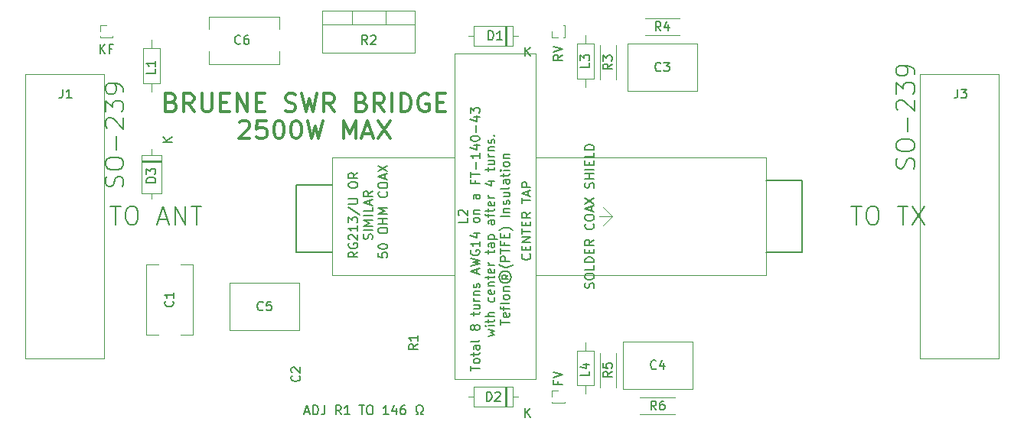
<source format=gbr>
%TF.GenerationSoftware,KiCad,Pcbnew,5.1.6-c6e7f7d~87~ubuntu20.04.1*%
%TF.CreationDate,2020-10-01T13:06:12+02:00*%
%TF.ProjectId,SWR bridge,53575220-6272-4696-9467-652e6b696361,rev?*%
%TF.SameCoordinates,Original*%
%TF.FileFunction,Legend,Top*%
%TF.FilePolarity,Positive*%
%FSLAX46Y46*%
G04 Gerber Fmt 4.6, Leading zero omitted, Abs format (unit mm)*
G04 Created by KiCad (PCBNEW 5.1.6-c6e7f7d~87~ubuntu20.04.1) date 2020-10-01 13:06:12*
%MOMM*%
%LPD*%
G01*
G04 APERTURE LIST*
%ADD10C,0.150000*%
%ADD11C,0.120000*%
%ADD12C,0.300000*%
G04 APERTURE END LIST*
D10*
X60309523Y-38952380D02*
X60309523Y-37952380D01*
X60880952Y-38952380D02*
X60452380Y-38380952D01*
X60880952Y-37952380D02*
X60309523Y-38523809D01*
X61642857Y-38428571D02*
X61309523Y-38428571D01*
X61309523Y-38952380D02*
X61309523Y-37952380D01*
X61785714Y-37952380D01*
X82976190Y-78666666D02*
X83452380Y-78666666D01*
X82880952Y-78952380D02*
X83214285Y-77952380D01*
X83547619Y-78952380D01*
X83880952Y-78952380D02*
X83880952Y-77952380D01*
X84119047Y-77952380D01*
X84261904Y-78000000D01*
X84357142Y-78095238D01*
X84404761Y-78190476D01*
X84452380Y-78380952D01*
X84452380Y-78523809D01*
X84404761Y-78714285D01*
X84357142Y-78809523D01*
X84261904Y-78904761D01*
X84119047Y-78952380D01*
X83880952Y-78952380D01*
X85166666Y-77952380D02*
X85166666Y-78666666D01*
X85119047Y-78809523D01*
X85023809Y-78904761D01*
X84880952Y-78952380D01*
X84785714Y-78952380D01*
X86976190Y-78952380D02*
X86642857Y-78476190D01*
X86404761Y-78952380D02*
X86404761Y-77952380D01*
X86785714Y-77952380D01*
X86880952Y-78000000D01*
X86928571Y-78047619D01*
X86976190Y-78142857D01*
X86976190Y-78285714D01*
X86928571Y-78380952D01*
X86880952Y-78428571D01*
X86785714Y-78476190D01*
X86404761Y-78476190D01*
X87928571Y-78952380D02*
X87357142Y-78952380D01*
X87642857Y-78952380D02*
X87642857Y-77952380D01*
X87547619Y-78095238D01*
X87452380Y-78190476D01*
X87357142Y-78238095D01*
X88976190Y-77952380D02*
X89547619Y-77952380D01*
X89261904Y-78952380D02*
X89261904Y-77952380D01*
X90071428Y-77952380D02*
X90261904Y-77952380D01*
X90357142Y-78000000D01*
X90452380Y-78095238D01*
X90500000Y-78285714D01*
X90500000Y-78619047D01*
X90452380Y-78809523D01*
X90357142Y-78904761D01*
X90261904Y-78952380D01*
X90071428Y-78952380D01*
X89976190Y-78904761D01*
X89880952Y-78809523D01*
X89833333Y-78619047D01*
X89833333Y-78285714D01*
X89880952Y-78095238D01*
X89976190Y-78000000D01*
X90071428Y-77952380D01*
X92214285Y-78952380D02*
X91642857Y-78952380D01*
X91928571Y-78952380D02*
X91928571Y-77952380D01*
X91833333Y-78095238D01*
X91738095Y-78190476D01*
X91642857Y-78238095D01*
X93071428Y-78285714D02*
X93071428Y-78952380D01*
X92833333Y-77904761D02*
X92595238Y-78619047D01*
X93214285Y-78619047D01*
X94023809Y-77952380D02*
X93833333Y-77952380D01*
X93738095Y-78000000D01*
X93690476Y-78047619D01*
X93595238Y-78190476D01*
X93547619Y-78380952D01*
X93547619Y-78761904D01*
X93595238Y-78857142D01*
X93642857Y-78904761D01*
X93738095Y-78952380D01*
X93928571Y-78952380D01*
X94023809Y-78904761D01*
X94071428Y-78857142D01*
X94119047Y-78761904D01*
X94119047Y-78523809D01*
X94071428Y-78428571D01*
X94023809Y-78380952D01*
X93928571Y-78333333D01*
X93738095Y-78333333D01*
X93642857Y-78380952D01*
X93595238Y-78428571D01*
X93547619Y-78523809D01*
X95261904Y-78952380D02*
X95500000Y-78952380D01*
X95500000Y-78761904D01*
X95404761Y-78714285D01*
X95309523Y-78619047D01*
X95261904Y-78476190D01*
X95261904Y-78238095D01*
X95309523Y-78095238D01*
X95404761Y-78000000D01*
X95547619Y-77952380D01*
X95738095Y-77952380D01*
X95880952Y-78000000D01*
X95976190Y-78095238D01*
X96023809Y-78238095D01*
X96023809Y-78476190D01*
X95976190Y-78619047D01*
X95880952Y-78714285D01*
X95785714Y-78761904D01*
X95785714Y-78952380D01*
X96023809Y-78952380D01*
D11*
X116000000Y-57000000D02*
X115500000Y-57000000D01*
X117000000Y-57000000D02*
X116000000Y-58000000D01*
X116000000Y-56000000D02*
X117000000Y-57000000D01*
X117000000Y-57000000D02*
X116000000Y-56000000D01*
X116000000Y-57000000D02*
X117000000Y-57000000D01*
D10*
X114904761Y-64952380D02*
X114952380Y-64809523D01*
X114952380Y-64571428D01*
X114904761Y-64476190D01*
X114857142Y-64428571D01*
X114761904Y-64380952D01*
X114666666Y-64380952D01*
X114571428Y-64428571D01*
X114523809Y-64476190D01*
X114476190Y-64571428D01*
X114428571Y-64761904D01*
X114380952Y-64857142D01*
X114333333Y-64904761D01*
X114238095Y-64952380D01*
X114142857Y-64952380D01*
X114047619Y-64904761D01*
X114000000Y-64857142D01*
X113952380Y-64761904D01*
X113952380Y-64523809D01*
X114000000Y-64380952D01*
X113952380Y-63761904D02*
X113952380Y-63571428D01*
X114000000Y-63476190D01*
X114095238Y-63380952D01*
X114285714Y-63333333D01*
X114619047Y-63333333D01*
X114809523Y-63380952D01*
X114904761Y-63476190D01*
X114952380Y-63571428D01*
X114952380Y-63761904D01*
X114904761Y-63857142D01*
X114809523Y-63952380D01*
X114619047Y-64000000D01*
X114285714Y-64000000D01*
X114095238Y-63952380D01*
X114000000Y-63857142D01*
X113952380Y-63761904D01*
X114952380Y-62428571D02*
X114952380Y-62904761D01*
X113952380Y-62904761D01*
X114952380Y-62095238D02*
X113952380Y-62095238D01*
X113952380Y-61857142D01*
X114000000Y-61714285D01*
X114095238Y-61619047D01*
X114190476Y-61571428D01*
X114380952Y-61523809D01*
X114523809Y-61523809D01*
X114714285Y-61571428D01*
X114809523Y-61619047D01*
X114904761Y-61714285D01*
X114952380Y-61857142D01*
X114952380Y-62095238D01*
X114428571Y-61095238D02*
X114428571Y-60761904D01*
X114952380Y-60619047D02*
X114952380Y-61095238D01*
X113952380Y-61095238D01*
X113952380Y-60619047D01*
X114952380Y-59619047D02*
X114476190Y-59952380D01*
X114952380Y-60190476D02*
X113952380Y-60190476D01*
X113952380Y-59809523D01*
X114000000Y-59714285D01*
X114047619Y-59666666D01*
X114142857Y-59619047D01*
X114285714Y-59619047D01*
X114380952Y-59666666D01*
X114428571Y-59714285D01*
X114476190Y-59809523D01*
X114476190Y-60190476D01*
X114857142Y-57857142D02*
X114904761Y-57904761D01*
X114952380Y-58047619D01*
X114952380Y-58142857D01*
X114904761Y-58285714D01*
X114809523Y-58380952D01*
X114714285Y-58428571D01*
X114523809Y-58476190D01*
X114380952Y-58476190D01*
X114190476Y-58428571D01*
X114095238Y-58380952D01*
X114000000Y-58285714D01*
X113952380Y-58142857D01*
X113952380Y-58047619D01*
X114000000Y-57904761D01*
X114047619Y-57857142D01*
X113952380Y-57238095D02*
X113952380Y-57047619D01*
X114000000Y-56952380D01*
X114095238Y-56857142D01*
X114285714Y-56809523D01*
X114619047Y-56809523D01*
X114809523Y-56857142D01*
X114904761Y-56952380D01*
X114952380Y-57047619D01*
X114952380Y-57238095D01*
X114904761Y-57333333D01*
X114809523Y-57428571D01*
X114619047Y-57476190D01*
X114285714Y-57476190D01*
X114095238Y-57428571D01*
X114000000Y-57333333D01*
X113952380Y-57238095D01*
X114666666Y-56428571D02*
X114666666Y-55952380D01*
X114952380Y-56523809D02*
X113952380Y-56190476D01*
X114952380Y-55857142D01*
X113952380Y-55619047D02*
X114952380Y-54952380D01*
X113952380Y-54952380D02*
X114952380Y-55619047D01*
X114904761Y-53857142D02*
X114952380Y-53714285D01*
X114952380Y-53476190D01*
X114904761Y-53380952D01*
X114857142Y-53333333D01*
X114761904Y-53285714D01*
X114666666Y-53285714D01*
X114571428Y-53333333D01*
X114523809Y-53380952D01*
X114476190Y-53476190D01*
X114428571Y-53666666D01*
X114380952Y-53761904D01*
X114333333Y-53809523D01*
X114238095Y-53857142D01*
X114142857Y-53857142D01*
X114047619Y-53809523D01*
X114000000Y-53761904D01*
X113952380Y-53666666D01*
X113952380Y-53428571D01*
X114000000Y-53285714D01*
X114952380Y-52857142D02*
X113952380Y-52857142D01*
X114428571Y-52857142D02*
X114428571Y-52285714D01*
X114952380Y-52285714D02*
X113952380Y-52285714D01*
X114952380Y-51809523D02*
X113952380Y-51809523D01*
X114428571Y-51333333D02*
X114428571Y-51000000D01*
X114952380Y-50857142D02*
X114952380Y-51333333D01*
X113952380Y-51333333D01*
X113952380Y-50857142D01*
X114952380Y-49952380D02*
X114952380Y-50428571D01*
X113952380Y-50428571D01*
X114952380Y-49619047D02*
X113952380Y-49619047D01*
X113952380Y-49380952D01*
X114000000Y-49238095D01*
X114095238Y-49142857D01*
X114190476Y-49095238D01*
X114380952Y-49047619D01*
X114523809Y-49047619D01*
X114714285Y-49095238D01*
X114809523Y-49142857D01*
X114904761Y-49238095D01*
X114952380Y-49380952D01*
X114952380Y-49619047D01*
X88802380Y-60952380D02*
X88326190Y-61285714D01*
X88802380Y-61523809D02*
X87802380Y-61523809D01*
X87802380Y-61142857D01*
X87850000Y-61047619D01*
X87897619Y-61000000D01*
X87992857Y-60952380D01*
X88135714Y-60952380D01*
X88230952Y-61000000D01*
X88278571Y-61047619D01*
X88326190Y-61142857D01*
X88326190Y-61523809D01*
X87850000Y-60000000D02*
X87802380Y-60095238D01*
X87802380Y-60238095D01*
X87850000Y-60380952D01*
X87945238Y-60476190D01*
X88040476Y-60523809D01*
X88230952Y-60571428D01*
X88373809Y-60571428D01*
X88564285Y-60523809D01*
X88659523Y-60476190D01*
X88754761Y-60380952D01*
X88802380Y-60238095D01*
X88802380Y-60142857D01*
X88754761Y-60000000D01*
X88707142Y-59952380D01*
X88373809Y-59952380D01*
X88373809Y-60142857D01*
X87897619Y-59571428D02*
X87850000Y-59523809D01*
X87802380Y-59428571D01*
X87802380Y-59190476D01*
X87850000Y-59095238D01*
X87897619Y-59047619D01*
X87992857Y-59000000D01*
X88088095Y-59000000D01*
X88230952Y-59047619D01*
X88802380Y-59619047D01*
X88802380Y-59000000D01*
X88802380Y-58047619D02*
X88802380Y-58619047D01*
X88802380Y-58333333D02*
X87802380Y-58333333D01*
X87945238Y-58428571D01*
X88040476Y-58523809D01*
X88088095Y-58619047D01*
X87802380Y-57714285D02*
X87802380Y-57095238D01*
X88183333Y-57428571D01*
X88183333Y-57285714D01*
X88230952Y-57190476D01*
X88278571Y-57142857D01*
X88373809Y-57095238D01*
X88611904Y-57095238D01*
X88707142Y-57142857D01*
X88754761Y-57190476D01*
X88802380Y-57285714D01*
X88802380Y-57571428D01*
X88754761Y-57666666D01*
X88707142Y-57714285D01*
X87754761Y-55952380D02*
X89040476Y-56809523D01*
X87802380Y-55619047D02*
X88611904Y-55619047D01*
X88707142Y-55571428D01*
X88754761Y-55523809D01*
X88802380Y-55428571D01*
X88802380Y-55238095D01*
X88754761Y-55142857D01*
X88707142Y-55095238D01*
X88611904Y-55047619D01*
X87802380Y-55047619D01*
X87802380Y-53619047D02*
X87802380Y-53428571D01*
X87850000Y-53333333D01*
X87945238Y-53238095D01*
X88135714Y-53190476D01*
X88469047Y-53190476D01*
X88659523Y-53238095D01*
X88754761Y-53333333D01*
X88802380Y-53428571D01*
X88802380Y-53619047D01*
X88754761Y-53714285D01*
X88659523Y-53809523D01*
X88469047Y-53857142D01*
X88135714Y-53857142D01*
X87945238Y-53809523D01*
X87850000Y-53714285D01*
X87802380Y-53619047D01*
X88802380Y-52190476D02*
X88326190Y-52523809D01*
X88802380Y-52761904D02*
X87802380Y-52761904D01*
X87802380Y-52380952D01*
X87850000Y-52285714D01*
X87897619Y-52238095D01*
X87992857Y-52190476D01*
X88135714Y-52190476D01*
X88230952Y-52238095D01*
X88278571Y-52285714D01*
X88326190Y-52380952D01*
X88326190Y-52761904D01*
X90404761Y-59547619D02*
X90452380Y-59404761D01*
X90452380Y-59166666D01*
X90404761Y-59071428D01*
X90357142Y-59023809D01*
X90261904Y-58976190D01*
X90166666Y-58976190D01*
X90071428Y-59023809D01*
X90023809Y-59071428D01*
X89976190Y-59166666D01*
X89928571Y-59357142D01*
X89880952Y-59452380D01*
X89833333Y-59500000D01*
X89738095Y-59547619D01*
X89642857Y-59547619D01*
X89547619Y-59500000D01*
X89500000Y-59452380D01*
X89452380Y-59357142D01*
X89452380Y-59119047D01*
X89500000Y-58976190D01*
X90452380Y-58547619D02*
X89452380Y-58547619D01*
X90452380Y-58071428D02*
X89452380Y-58071428D01*
X90166666Y-57738095D01*
X89452380Y-57404761D01*
X90452380Y-57404761D01*
X90452380Y-56928571D02*
X89452380Y-56928571D01*
X90452380Y-55976190D02*
X90452380Y-56452380D01*
X89452380Y-56452380D01*
X90166666Y-55690476D02*
X90166666Y-55214285D01*
X90452380Y-55785714D02*
X89452380Y-55452380D01*
X90452380Y-55119047D01*
X90452380Y-54214285D02*
X89976190Y-54547619D01*
X90452380Y-54785714D02*
X89452380Y-54785714D01*
X89452380Y-54404761D01*
X89500000Y-54309523D01*
X89547619Y-54261904D01*
X89642857Y-54214285D01*
X89785714Y-54214285D01*
X89880952Y-54261904D01*
X89928571Y-54309523D01*
X89976190Y-54404761D01*
X89976190Y-54785714D01*
X91102380Y-61047619D02*
X91102380Y-61523809D01*
X91578571Y-61571428D01*
X91530952Y-61523809D01*
X91483333Y-61428571D01*
X91483333Y-61190476D01*
X91530952Y-61095238D01*
X91578571Y-61047619D01*
X91673809Y-61000000D01*
X91911904Y-61000000D01*
X92007142Y-61047619D01*
X92054761Y-61095238D01*
X92102380Y-61190476D01*
X92102380Y-61428571D01*
X92054761Y-61523809D01*
X92007142Y-61571428D01*
X91102380Y-60380952D02*
X91102380Y-60285714D01*
X91150000Y-60190476D01*
X91197619Y-60142857D01*
X91292857Y-60095238D01*
X91483333Y-60047619D01*
X91721428Y-60047619D01*
X91911904Y-60095238D01*
X92007142Y-60142857D01*
X92054761Y-60190476D01*
X92102380Y-60285714D01*
X92102380Y-60380952D01*
X92054761Y-60476190D01*
X92007142Y-60523809D01*
X91911904Y-60571428D01*
X91721428Y-60619047D01*
X91483333Y-60619047D01*
X91292857Y-60571428D01*
X91197619Y-60523809D01*
X91150000Y-60476190D01*
X91102380Y-60380952D01*
X91102380Y-58666666D02*
X91102380Y-58476190D01*
X91150000Y-58380952D01*
X91245238Y-58285714D01*
X91435714Y-58238095D01*
X91769047Y-58238095D01*
X91959523Y-58285714D01*
X92054761Y-58380952D01*
X92102380Y-58476190D01*
X92102380Y-58666666D01*
X92054761Y-58761904D01*
X91959523Y-58857142D01*
X91769047Y-58904761D01*
X91435714Y-58904761D01*
X91245238Y-58857142D01*
X91150000Y-58761904D01*
X91102380Y-58666666D01*
X92102380Y-57809523D02*
X91102380Y-57809523D01*
X91578571Y-57809523D02*
X91578571Y-57238095D01*
X92102380Y-57238095D02*
X91102380Y-57238095D01*
X92102380Y-56761904D02*
X91102380Y-56761904D01*
X91816666Y-56428571D01*
X91102380Y-56095238D01*
X92102380Y-56095238D01*
X92007142Y-54285714D02*
X92054761Y-54333333D01*
X92102380Y-54476190D01*
X92102380Y-54571428D01*
X92054761Y-54714285D01*
X91959523Y-54809523D01*
X91864285Y-54857142D01*
X91673809Y-54904761D01*
X91530952Y-54904761D01*
X91340476Y-54857142D01*
X91245238Y-54809523D01*
X91150000Y-54714285D01*
X91102380Y-54571428D01*
X91102380Y-54476190D01*
X91150000Y-54333333D01*
X91197619Y-54285714D01*
X91102380Y-53666666D02*
X91102380Y-53476190D01*
X91150000Y-53380952D01*
X91245238Y-53285714D01*
X91435714Y-53238095D01*
X91769047Y-53238095D01*
X91959523Y-53285714D01*
X92054761Y-53380952D01*
X92102380Y-53476190D01*
X92102380Y-53666666D01*
X92054761Y-53761904D01*
X91959523Y-53857142D01*
X91769047Y-53904761D01*
X91435714Y-53904761D01*
X91245238Y-53857142D01*
X91150000Y-53761904D01*
X91102380Y-53666666D01*
X91816666Y-52857142D02*
X91816666Y-52380952D01*
X92102380Y-52952380D02*
X91102380Y-52619047D01*
X92102380Y-52285714D01*
X91102380Y-52047619D02*
X92102380Y-51380952D01*
X91102380Y-51380952D02*
X92102380Y-52047619D01*
X107857142Y-61190476D02*
X107904761Y-61238095D01*
X107952380Y-61380952D01*
X107952380Y-61476190D01*
X107904761Y-61619047D01*
X107809523Y-61714285D01*
X107714285Y-61761904D01*
X107523809Y-61809523D01*
X107380952Y-61809523D01*
X107190476Y-61761904D01*
X107095238Y-61714285D01*
X107000000Y-61619047D01*
X106952380Y-61476190D01*
X106952380Y-61380952D01*
X107000000Y-61238095D01*
X107047619Y-61190476D01*
X107428571Y-60761904D02*
X107428571Y-60428571D01*
X107952380Y-60285714D02*
X107952380Y-60761904D01*
X106952380Y-60761904D01*
X106952380Y-60285714D01*
X107952380Y-59857142D02*
X106952380Y-59857142D01*
X107952380Y-59285714D01*
X106952380Y-59285714D01*
X106952380Y-58952380D02*
X106952380Y-58380952D01*
X107952380Y-58666666D02*
X106952380Y-58666666D01*
X107428571Y-58047619D02*
X107428571Y-57714285D01*
X107952380Y-57571428D02*
X107952380Y-58047619D01*
X106952380Y-58047619D01*
X106952380Y-57571428D01*
X107952380Y-56571428D02*
X107476190Y-56904761D01*
X107952380Y-57142857D02*
X106952380Y-57142857D01*
X106952380Y-56761904D01*
X107000000Y-56666666D01*
X107047619Y-56619047D01*
X107142857Y-56571428D01*
X107285714Y-56571428D01*
X107380952Y-56619047D01*
X107428571Y-56666666D01*
X107476190Y-56761904D01*
X107476190Y-57142857D01*
X106952380Y-55523809D02*
X106952380Y-54952380D01*
X107952380Y-55238095D02*
X106952380Y-55238095D01*
X107666666Y-54666666D02*
X107666666Y-54190476D01*
X107952380Y-54761904D02*
X106952380Y-54428571D01*
X107952380Y-54095238D01*
X107952380Y-53761904D02*
X106952380Y-53761904D01*
X106952380Y-53380952D01*
X107000000Y-53285714D01*
X107047619Y-53238095D01*
X107142857Y-53190476D01*
X107285714Y-53190476D01*
X107380952Y-53238095D01*
X107428571Y-53285714D01*
X107476190Y-53380952D01*
X107476190Y-53761904D01*
X101302380Y-74142857D02*
X101302380Y-73571428D01*
X102302380Y-73857142D02*
X101302380Y-73857142D01*
X102302380Y-73095238D02*
X102254761Y-73190476D01*
X102207142Y-73238095D01*
X102111904Y-73285714D01*
X101826190Y-73285714D01*
X101730952Y-73238095D01*
X101683333Y-73190476D01*
X101635714Y-73095238D01*
X101635714Y-72952380D01*
X101683333Y-72857142D01*
X101730952Y-72809523D01*
X101826190Y-72761904D01*
X102111904Y-72761904D01*
X102207142Y-72809523D01*
X102254761Y-72857142D01*
X102302380Y-72952380D01*
X102302380Y-73095238D01*
X101635714Y-72476190D02*
X101635714Y-72095238D01*
X101302380Y-72333333D02*
X102159523Y-72333333D01*
X102254761Y-72285714D01*
X102302380Y-72190476D01*
X102302380Y-72095238D01*
X102302380Y-71333333D02*
X101778571Y-71333333D01*
X101683333Y-71380952D01*
X101635714Y-71476190D01*
X101635714Y-71666666D01*
X101683333Y-71761904D01*
X102254761Y-71333333D02*
X102302380Y-71428571D01*
X102302380Y-71666666D01*
X102254761Y-71761904D01*
X102159523Y-71809523D01*
X102064285Y-71809523D01*
X101969047Y-71761904D01*
X101921428Y-71666666D01*
X101921428Y-71428571D01*
X101873809Y-71333333D01*
X102302380Y-70714285D02*
X102254761Y-70809523D01*
X102159523Y-70857142D01*
X101302380Y-70857142D01*
X101730952Y-69428571D02*
X101683333Y-69523809D01*
X101635714Y-69571428D01*
X101540476Y-69619047D01*
X101492857Y-69619047D01*
X101397619Y-69571428D01*
X101350000Y-69523809D01*
X101302380Y-69428571D01*
X101302380Y-69238095D01*
X101350000Y-69142857D01*
X101397619Y-69095238D01*
X101492857Y-69047619D01*
X101540476Y-69047619D01*
X101635714Y-69095238D01*
X101683333Y-69142857D01*
X101730952Y-69238095D01*
X101730952Y-69428571D01*
X101778571Y-69523809D01*
X101826190Y-69571428D01*
X101921428Y-69619047D01*
X102111904Y-69619047D01*
X102207142Y-69571428D01*
X102254761Y-69523809D01*
X102302380Y-69428571D01*
X102302380Y-69238095D01*
X102254761Y-69142857D01*
X102207142Y-69095238D01*
X102111904Y-69047619D01*
X101921428Y-69047619D01*
X101826190Y-69095238D01*
X101778571Y-69142857D01*
X101730952Y-69238095D01*
X101635714Y-68000000D02*
X101635714Y-67619047D01*
X101302380Y-67857142D02*
X102159523Y-67857142D01*
X102254761Y-67809523D01*
X102302380Y-67714285D01*
X102302380Y-67619047D01*
X101635714Y-66857142D02*
X102302380Y-66857142D01*
X101635714Y-67285714D02*
X102159523Y-67285714D01*
X102254761Y-67238095D01*
X102302380Y-67142857D01*
X102302380Y-67000000D01*
X102254761Y-66904761D01*
X102207142Y-66857142D01*
X102302380Y-66380952D02*
X101635714Y-66380952D01*
X101826190Y-66380952D02*
X101730952Y-66333333D01*
X101683333Y-66285714D01*
X101635714Y-66190476D01*
X101635714Y-66095238D01*
X101635714Y-65761904D02*
X102302380Y-65761904D01*
X101730952Y-65761904D02*
X101683333Y-65714285D01*
X101635714Y-65619047D01*
X101635714Y-65476190D01*
X101683333Y-65380952D01*
X101778571Y-65333333D01*
X102302380Y-65333333D01*
X102254761Y-64904761D02*
X102302380Y-64809523D01*
X102302380Y-64619047D01*
X102254761Y-64523809D01*
X102159523Y-64476190D01*
X102111904Y-64476190D01*
X102016666Y-64523809D01*
X101969047Y-64619047D01*
X101969047Y-64761904D01*
X101921428Y-64857142D01*
X101826190Y-64904761D01*
X101778571Y-64904761D01*
X101683333Y-64857142D01*
X101635714Y-64761904D01*
X101635714Y-64619047D01*
X101683333Y-64523809D01*
X102016666Y-63333333D02*
X102016666Y-62857142D01*
X102302380Y-63428571D02*
X101302380Y-63095238D01*
X102302380Y-62761904D01*
X101302380Y-62523809D02*
X102302380Y-62285714D01*
X101588095Y-62095238D01*
X102302380Y-61904761D01*
X101302380Y-61666666D01*
X101350000Y-60761904D02*
X101302380Y-60857142D01*
X101302380Y-61000000D01*
X101350000Y-61142857D01*
X101445238Y-61238095D01*
X101540476Y-61285714D01*
X101730952Y-61333333D01*
X101873809Y-61333333D01*
X102064285Y-61285714D01*
X102159523Y-61238095D01*
X102254761Y-61142857D01*
X102302380Y-61000000D01*
X102302380Y-60904761D01*
X102254761Y-60761904D01*
X102207142Y-60714285D01*
X101873809Y-60714285D01*
X101873809Y-60904761D01*
X102302380Y-59761904D02*
X102302380Y-60333333D01*
X102302380Y-60047619D02*
X101302380Y-60047619D01*
X101445238Y-60142857D01*
X101540476Y-60238095D01*
X101588095Y-60333333D01*
X101635714Y-58904761D02*
X102302380Y-58904761D01*
X101254761Y-59142857D02*
X101969047Y-59380952D01*
X101969047Y-58761904D01*
X102302380Y-57476190D02*
X102254761Y-57571428D01*
X102207142Y-57619047D01*
X102111904Y-57666666D01*
X101826190Y-57666666D01*
X101730952Y-57619047D01*
X101683333Y-57571428D01*
X101635714Y-57476190D01*
X101635714Y-57333333D01*
X101683333Y-57238095D01*
X101730952Y-57190476D01*
X101826190Y-57142857D01*
X102111904Y-57142857D01*
X102207142Y-57190476D01*
X102254761Y-57238095D01*
X102302380Y-57333333D01*
X102302380Y-57476190D01*
X101635714Y-56714285D02*
X102302380Y-56714285D01*
X101730952Y-56714285D02*
X101683333Y-56666666D01*
X101635714Y-56571428D01*
X101635714Y-56428571D01*
X101683333Y-56333333D01*
X101778571Y-56285714D01*
X102302380Y-56285714D01*
X102302380Y-54619047D02*
X101778571Y-54619047D01*
X101683333Y-54666666D01*
X101635714Y-54761904D01*
X101635714Y-54952380D01*
X101683333Y-55047619D01*
X102254761Y-54619047D02*
X102302380Y-54714285D01*
X102302380Y-54952380D01*
X102254761Y-55047619D01*
X102159523Y-55095238D01*
X102064285Y-55095238D01*
X101969047Y-55047619D01*
X101921428Y-54952380D01*
X101921428Y-54714285D01*
X101873809Y-54619047D01*
X101778571Y-53047619D02*
X101778571Y-53380952D01*
X102302380Y-53380952D02*
X101302380Y-53380952D01*
X101302380Y-52904761D01*
X101302380Y-52666666D02*
X101302380Y-52095238D01*
X102302380Y-52380952D02*
X101302380Y-52380952D01*
X101921428Y-51761904D02*
X101921428Y-51000000D01*
X102302380Y-50000000D02*
X102302380Y-50571428D01*
X102302380Y-50285714D02*
X101302380Y-50285714D01*
X101445238Y-50380952D01*
X101540476Y-50476190D01*
X101588095Y-50571428D01*
X101635714Y-49142857D02*
X102302380Y-49142857D01*
X101254761Y-49380952D02*
X101969047Y-49619047D01*
X101969047Y-49000000D01*
X101302380Y-48428571D02*
X101302380Y-48333333D01*
X101350000Y-48238095D01*
X101397619Y-48190476D01*
X101492857Y-48142857D01*
X101683333Y-48095238D01*
X101921428Y-48095238D01*
X102111904Y-48142857D01*
X102207142Y-48190476D01*
X102254761Y-48238095D01*
X102302380Y-48333333D01*
X102302380Y-48428571D01*
X102254761Y-48523809D01*
X102207142Y-48571428D01*
X102111904Y-48619047D01*
X101921428Y-48666666D01*
X101683333Y-48666666D01*
X101492857Y-48619047D01*
X101397619Y-48571428D01*
X101350000Y-48523809D01*
X101302380Y-48428571D01*
X101921428Y-47666666D02*
X101921428Y-46904761D01*
X101635714Y-46000000D02*
X102302380Y-46000000D01*
X101254761Y-46238095D02*
X101969047Y-46476190D01*
X101969047Y-45857142D01*
X101302380Y-45571428D02*
X101302380Y-44952380D01*
X101683333Y-45285714D01*
X101683333Y-45142857D01*
X101730952Y-45047619D01*
X101778571Y-45000000D01*
X101873809Y-44952380D01*
X102111904Y-44952380D01*
X102207142Y-45000000D01*
X102254761Y-45047619D01*
X102302380Y-45142857D01*
X102302380Y-45428571D01*
X102254761Y-45523809D01*
X102207142Y-45571428D01*
X103285714Y-70285714D02*
X103952380Y-70095238D01*
X103476190Y-69904761D01*
X103952380Y-69714285D01*
X103285714Y-69523809D01*
X103952380Y-69142857D02*
X103285714Y-69142857D01*
X102952380Y-69142857D02*
X103000000Y-69190476D01*
X103047619Y-69142857D01*
X103000000Y-69095238D01*
X102952380Y-69142857D01*
X103047619Y-69142857D01*
X103285714Y-68809523D02*
X103285714Y-68428571D01*
X102952380Y-68666666D02*
X103809523Y-68666666D01*
X103904761Y-68619047D01*
X103952380Y-68523809D01*
X103952380Y-68428571D01*
X103952380Y-68095238D02*
X102952380Y-68095238D01*
X103952380Y-67666666D02*
X103428571Y-67666666D01*
X103333333Y-67714285D01*
X103285714Y-67809523D01*
X103285714Y-67952380D01*
X103333333Y-68047619D01*
X103380952Y-68095238D01*
X103904761Y-66000000D02*
X103952380Y-66095238D01*
X103952380Y-66285714D01*
X103904761Y-66380952D01*
X103857142Y-66428571D01*
X103761904Y-66476190D01*
X103476190Y-66476190D01*
X103380952Y-66428571D01*
X103333333Y-66380952D01*
X103285714Y-66285714D01*
X103285714Y-66095238D01*
X103333333Y-66000000D01*
X103904761Y-65190476D02*
X103952380Y-65285714D01*
X103952380Y-65476190D01*
X103904761Y-65571428D01*
X103809523Y-65619047D01*
X103428571Y-65619047D01*
X103333333Y-65571428D01*
X103285714Y-65476190D01*
X103285714Y-65285714D01*
X103333333Y-65190476D01*
X103428571Y-65142857D01*
X103523809Y-65142857D01*
X103619047Y-65619047D01*
X103285714Y-64714285D02*
X103952380Y-64714285D01*
X103380952Y-64714285D02*
X103333333Y-64666666D01*
X103285714Y-64571428D01*
X103285714Y-64428571D01*
X103333333Y-64333333D01*
X103428571Y-64285714D01*
X103952380Y-64285714D01*
X103285714Y-63952380D02*
X103285714Y-63571428D01*
X102952380Y-63809523D02*
X103809523Y-63809523D01*
X103904761Y-63761904D01*
X103952380Y-63666666D01*
X103952380Y-63571428D01*
X103904761Y-62857142D02*
X103952380Y-62952380D01*
X103952380Y-63142857D01*
X103904761Y-63238095D01*
X103809523Y-63285714D01*
X103428571Y-63285714D01*
X103333333Y-63238095D01*
X103285714Y-63142857D01*
X103285714Y-62952380D01*
X103333333Y-62857142D01*
X103428571Y-62809523D01*
X103523809Y-62809523D01*
X103619047Y-63285714D01*
X103952380Y-62380952D02*
X103285714Y-62380952D01*
X103476190Y-62380952D02*
X103380952Y-62333333D01*
X103333333Y-62285714D01*
X103285714Y-62190476D01*
X103285714Y-62095238D01*
X103285714Y-61142857D02*
X103285714Y-60761904D01*
X102952380Y-61000000D02*
X103809523Y-61000000D01*
X103904761Y-60952380D01*
X103952380Y-60857142D01*
X103952380Y-60761904D01*
X103952380Y-60000000D02*
X103428571Y-60000000D01*
X103333333Y-60047619D01*
X103285714Y-60142857D01*
X103285714Y-60333333D01*
X103333333Y-60428571D01*
X103904761Y-60000000D02*
X103952380Y-60095238D01*
X103952380Y-60333333D01*
X103904761Y-60428571D01*
X103809523Y-60476190D01*
X103714285Y-60476190D01*
X103619047Y-60428571D01*
X103571428Y-60333333D01*
X103571428Y-60095238D01*
X103523809Y-60000000D01*
X103285714Y-59523809D02*
X104285714Y-59523809D01*
X103333333Y-59523809D02*
X103285714Y-59428571D01*
X103285714Y-59238095D01*
X103333333Y-59142857D01*
X103380952Y-59095238D01*
X103476190Y-59047619D01*
X103761904Y-59047619D01*
X103857142Y-59095238D01*
X103904761Y-59142857D01*
X103952380Y-59238095D01*
X103952380Y-59428571D01*
X103904761Y-59523809D01*
X103952380Y-57428571D02*
X103428571Y-57428571D01*
X103333333Y-57476190D01*
X103285714Y-57571428D01*
X103285714Y-57761904D01*
X103333333Y-57857142D01*
X103904761Y-57428571D02*
X103952380Y-57523809D01*
X103952380Y-57761904D01*
X103904761Y-57857142D01*
X103809523Y-57904761D01*
X103714285Y-57904761D01*
X103619047Y-57857142D01*
X103571428Y-57761904D01*
X103571428Y-57523809D01*
X103523809Y-57428571D01*
X103285714Y-57095238D02*
X103285714Y-56714285D01*
X103952380Y-56952380D02*
X103095238Y-56952380D01*
X103000000Y-56904761D01*
X102952380Y-56809523D01*
X102952380Y-56714285D01*
X103285714Y-56523809D02*
X103285714Y-56142857D01*
X102952380Y-56380952D02*
X103809523Y-56380952D01*
X103904761Y-56333333D01*
X103952380Y-56238095D01*
X103952380Y-56142857D01*
X103904761Y-55428571D02*
X103952380Y-55523809D01*
X103952380Y-55714285D01*
X103904761Y-55809523D01*
X103809523Y-55857142D01*
X103428571Y-55857142D01*
X103333333Y-55809523D01*
X103285714Y-55714285D01*
X103285714Y-55523809D01*
X103333333Y-55428571D01*
X103428571Y-55380952D01*
X103523809Y-55380952D01*
X103619047Y-55857142D01*
X103952380Y-54952380D02*
X103285714Y-54952380D01*
X103476190Y-54952380D02*
X103380952Y-54904761D01*
X103333333Y-54857142D01*
X103285714Y-54761904D01*
X103285714Y-54666666D01*
X103285714Y-53142857D02*
X103952380Y-53142857D01*
X102904761Y-53380952D02*
X103619047Y-53619047D01*
X103619047Y-53000000D01*
X103285714Y-52000000D02*
X103285714Y-51619047D01*
X102952380Y-51857142D02*
X103809523Y-51857142D01*
X103904761Y-51809523D01*
X103952380Y-51714285D01*
X103952380Y-51619047D01*
X103285714Y-50857142D02*
X103952380Y-50857142D01*
X103285714Y-51285714D02*
X103809523Y-51285714D01*
X103904761Y-51238095D01*
X103952380Y-51142857D01*
X103952380Y-51000000D01*
X103904761Y-50904761D01*
X103857142Y-50857142D01*
X103952380Y-50380952D02*
X103285714Y-50380952D01*
X103476190Y-50380952D02*
X103380952Y-50333333D01*
X103333333Y-50285714D01*
X103285714Y-50190476D01*
X103285714Y-50095238D01*
X103285714Y-49761904D02*
X103952380Y-49761904D01*
X103380952Y-49761904D02*
X103333333Y-49714285D01*
X103285714Y-49619047D01*
X103285714Y-49476190D01*
X103333333Y-49380952D01*
X103428571Y-49333333D01*
X103952380Y-49333333D01*
X103904761Y-48904761D02*
X103952380Y-48809523D01*
X103952380Y-48619047D01*
X103904761Y-48523809D01*
X103809523Y-48476190D01*
X103761904Y-48476190D01*
X103666666Y-48523809D01*
X103619047Y-48619047D01*
X103619047Y-48761904D01*
X103571428Y-48857142D01*
X103476190Y-48904761D01*
X103428571Y-48904761D01*
X103333333Y-48857142D01*
X103285714Y-48761904D01*
X103285714Y-48619047D01*
X103333333Y-48523809D01*
X103857142Y-48047619D02*
X103904761Y-48000000D01*
X103952380Y-48047619D01*
X103904761Y-48095238D01*
X103857142Y-48047619D01*
X103952380Y-48047619D01*
X104602380Y-69023809D02*
X104602380Y-68452380D01*
X105602380Y-68738095D02*
X104602380Y-68738095D01*
X105554761Y-67738095D02*
X105602380Y-67833333D01*
X105602380Y-68023809D01*
X105554761Y-68119047D01*
X105459523Y-68166666D01*
X105078571Y-68166666D01*
X104983333Y-68119047D01*
X104935714Y-68023809D01*
X104935714Y-67833333D01*
X104983333Y-67738095D01*
X105078571Y-67690476D01*
X105173809Y-67690476D01*
X105269047Y-68166666D01*
X104935714Y-67404761D02*
X104935714Y-67023809D01*
X105602380Y-67261904D02*
X104745238Y-67261904D01*
X104650000Y-67214285D01*
X104602380Y-67119047D01*
X104602380Y-67023809D01*
X105602380Y-66547619D02*
X105554761Y-66642857D01*
X105459523Y-66690476D01*
X104602380Y-66690476D01*
X105602380Y-66023809D02*
X105554761Y-66119047D01*
X105507142Y-66166666D01*
X105411904Y-66214285D01*
X105126190Y-66214285D01*
X105030952Y-66166666D01*
X104983333Y-66119047D01*
X104935714Y-66023809D01*
X104935714Y-65880952D01*
X104983333Y-65785714D01*
X105030952Y-65738095D01*
X105126190Y-65690476D01*
X105411904Y-65690476D01*
X105507142Y-65738095D01*
X105554761Y-65785714D01*
X105602380Y-65880952D01*
X105602380Y-66023809D01*
X104935714Y-65261904D02*
X105602380Y-65261904D01*
X105030952Y-65261904D02*
X104983333Y-65214285D01*
X104935714Y-65119047D01*
X104935714Y-64976190D01*
X104983333Y-64880952D01*
X105078571Y-64833333D01*
X105602380Y-64833333D01*
X105459523Y-63500000D02*
X105173809Y-63738095D01*
X105459523Y-63928571D02*
X104792857Y-63928571D01*
X104792857Y-63642857D01*
X104840476Y-63547619D01*
X104935714Y-63500000D01*
X105030952Y-63500000D01*
X105126190Y-63547619D01*
X105173809Y-63642857D01*
X105173809Y-63928571D01*
X104459523Y-63738095D02*
X104507142Y-63976190D01*
X104650000Y-64214285D01*
X104888095Y-64357142D01*
X105126190Y-64404761D01*
X105364285Y-64357142D01*
X105602380Y-64214285D01*
X105745238Y-63976190D01*
X105792857Y-63738095D01*
X105745238Y-63500000D01*
X105602380Y-63261904D01*
X105364285Y-63119047D01*
X105126190Y-63071428D01*
X104888095Y-63119047D01*
X104650000Y-63261904D01*
X104507142Y-63500000D01*
X104459523Y-63738095D01*
X105983333Y-62357142D02*
X105935714Y-62404761D01*
X105792857Y-62500000D01*
X105697619Y-62547619D01*
X105554761Y-62595238D01*
X105316666Y-62642857D01*
X105126190Y-62642857D01*
X104888095Y-62595238D01*
X104745238Y-62547619D01*
X104650000Y-62500000D01*
X104507142Y-62404761D01*
X104459523Y-62357142D01*
X105602380Y-61976190D02*
X104602380Y-61976190D01*
X104602380Y-61595238D01*
X104650000Y-61500000D01*
X104697619Y-61452380D01*
X104792857Y-61404761D01*
X104935714Y-61404761D01*
X105030952Y-61452380D01*
X105078571Y-61500000D01*
X105126190Y-61595238D01*
X105126190Y-61976190D01*
X104602380Y-61119047D02*
X104602380Y-60547619D01*
X105602380Y-60833333D02*
X104602380Y-60833333D01*
X105078571Y-59880952D02*
X105078571Y-60214285D01*
X105602380Y-60214285D02*
X104602380Y-60214285D01*
X104602380Y-59738095D01*
X105078571Y-59357142D02*
X105078571Y-59023809D01*
X105602380Y-58880952D02*
X105602380Y-59357142D01*
X104602380Y-59357142D01*
X104602380Y-58880952D01*
X105983333Y-58547619D02*
X105935714Y-58500000D01*
X105792857Y-58404761D01*
X105697619Y-58357142D01*
X105554761Y-58309523D01*
X105316666Y-58261904D01*
X105126190Y-58261904D01*
X104888095Y-58309523D01*
X104745238Y-58357142D01*
X104650000Y-58404761D01*
X104507142Y-58500000D01*
X104459523Y-58547619D01*
X105602380Y-57023809D02*
X104602380Y-57023809D01*
X104935714Y-56547619D02*
X105602380Y-56547619D01*
X105030952Y-56547619D02*
X104983333Y-56500000D01*
X104935714Y-56404761D01*
X104935714Y-56261904D01*
X104983333Y-56166666D01*
X105078571Y-56119047D01*
X105602380Y-56119047D01*
X105554761Y-55690476D02*
X105602380Y-55595238D01*
X105602380Y-55404761D01*
X105554761Y-55309523D01*
X105459523Y-55261904D01*
X105411904Y-55261904D01*
X105316666Y-55309523D01*
X105269047Y-55404761D01*
X105269047Y-55547619D01*
X105221428Y-55642857D01*
X105126190Y-55690476D01*
X105078571Y-55690476D01*
X104983333Y-55642857D01*
X104935714Y-55547619D01*
X104935714Y-55404761D01*
X104983333Y-55309523D01*
X104935714Y-54404761D02*
X105602380Y-54404761D01*
X104935714Y-54833333D02*
X105459523Y-54833333D01*
X105554761Y-54785714D01*
X105602380Y-54690476D01*
X105602380Y-54547619D01*
X105554761Y-54452380D01*
X105507142Y-54404761D01*
X105602380Y-53785714D02*
X105554761Y-53880952D01*
X105459523Y-53928571D01*
X104602380Y-53928571D01*
X105602380Y-52976190D02*
X105078571Y-52976190D01*
X104983333Y-53023809D01*
X104935714Y-53119047D01*
X104935714Y-53309523D01*
X104983333Y-53404761D01*
X105554761Y-52976190D02*
X105602380Y-53071428D01*
X105602380Y-53309523D01*
X105554761Y-53404761D01*
X105459523Y-53452380D01*
X105364285Y-53452380D01*
X105269047Y-53404761D01*
X105221428Y-53309523D01*
X105221428Y-53071428D01*
X105173809Y-52976190D01*
X104935714Y-52642857D02*
X104935714Y-52261904D01*
X104602380Y-52500000D02*
X105459523Y-52500000D01*
X105554761Y-52452380D01*
X105602380Y-52357142D01*
X105602380Y-52261904D01*
X105602380Y-51928571D02*
X104935714Y-51928571D01*
X104602380Y-51928571D02*
X104650000Y-51976190D01*
X104697619Y-51928571D01*
X104650000Y-51880952D01*
X104602380Y-51928571D01*
X104697619Y-51928571D01*
X105602380Y-51309523D02*
X105554761Y-51404761D01*
X105507142Y-51452380D01*
X105411904Y-51500000D01*
X105126190Y-51500000D01*
X105030952Y-51452380D01*
X104983333Y-51404761D01*
X104935714Y-51309523D01*
X104935714Y-51166666D01*
X104983333Y-51071428D01*
X105030952Y-51023809D01*
X105126190Y-50976190D01*
X105411904Y-50976190D01*
X105507142Y-51023809D01*
X105554761Y-51071428D01*
X105602380Y-51166666D01*
X105602380Y-51309523D01*
X104935714Y-50547619D02*
X105602380Y-50547619D01*
X105030952Y-50547619D02*
X104983333Y-50500000D01*
X104935714Y-50404761D01*
X104935714Y-50261904D01*
X104983333Y-50166666D01*
X105078571Y-50119047D01*
X105602380Y-50119047D01*
X143404761Y-55904761D02*
X144547619Y-55904761D01*
X143976190Y-57904761D02*
X143976190Y-55904761D01*
X145595238Y-55904761D02*
X145976190Y-55904761D01*
X146166666Y-56000000D01*
X146357142Y-56190476D01*
X146452380Y-56571428D01*
X146452380Y-57238095D01*
X146357142Y-57619047D01*
X146166666Y-57809523D01*
X145976190Y-57904761D01*
X145595238Y-57904761D01*
X145404761Y-57809523D01*
X145214285Y-57619047D01*
X145119047Y-57238095D01*
X145119047Y-56571428D01*
X145214285Y-56190476D01*
X145404761Y-56000000D01*
X145595238Y-55904761D01*
X148547619Y-55904761D02*
X149690476Y-55904761D01*
X149119047Y-57904761D02*
X149119047Y-55904761D01*
X150166666Y-55904761D02*
X151500000Y-57904761D01*
X151500000Y-55904761D02*
X150166666Y-57904761D01*
X62809523Y-53714285D02*
X62904761Y-53428571D01*
X62904761Y-52952380D01*
X62809523Y-52761904D01*
X62714285Y-52666666D01*
X62523809Y-52571428D01*
X62333333Y-52571428D01*
X62142857Y-52666666D01*
X62047619Y-52761904D01*
X61952380Y-52952380D01*
X61857142Y-53333333D01*
X61761904Y-53523809D01*
X61666666Y-53619047D01*
X61476190Y-53714285D01*
X61285714Y-53714285D01*
X61095238Y-53619047D01*
X61000000Y-53523809D01*
X60904761Y-53333333D01*
X60904761Y-52857142D01*
X61000000Y-52571428D01*
X60904761Y-51333333D02*
X60904761Y-50952380D01*
X61000000Y-50761904D01*
X61190476Y-50571428D01*
X61571428Y-50476190D01*
X62238095Y-50476190D01*
X62619047Y-50571428D01*
X62809523Y-50761904D01*
X62904761Y-50952380D01*
X62904761Y-51333333D01*
X62809523Y-51523809D01*
X62619047Y-51714285D01*
X62238095Y-51809523D01*
X61571428Y-51809523D01*
X61190476Y-51714285D01*
X61000000Y-51523809D01*
X60904761Y-51333333D01*
X62142857Y-49619047D02*
X62142857Y-48095238D01*
X61095238Y-47238095D02*
X61000000Y-47142857D01*
X60904761Y-46952380D01*
X60904761Y-46476190D01*
X61000000Y-46285714D01*
X61095238Y-46190476D01*
X61285714Y-46095238D01*
X61476190Y-46095238D01*
X61761904Y-46190476D01*
X62904761Y-47333333D01*
X62904761Y-46095238D01*
X60904761Y-45428571D02*
X60904761Y-44190476D01*
X61666666Y-44857142D01*
X61666666Y-44571428D01*
X61761904Y-44380952D01*
X61857142Y-44285714D01*
X62047619Y-44190476D01*
X62523809Y-44190476D01*
X62714285Y-44285714D01*
X62809523Y-44380952D01*
X62904761Y-44571428D01*
X62904761Y-45142857D01*
X62809523Y-45333333D01*
X62714285Y-45428571D01*
X62904761Y-43238095D02*
X62904761Y-42857142D01*
X62809523Y-42666666D01*
X62714285Y-42571428D01*
X62428571Y-42380952D01*
X62047619Y-42285714D01*
X61285714Y-42285714D01*
X61095238Y-42380952D01*
X61000000Y-42476190D01*
X60904761Y-42666666D01*
X60904761Y-43047619D01*
X61000000Y-43238095D01*
X61095238Y-43333333D01*
X61285714Y-43428571D01*
X61761904Y-43428571D01*
X61952380Y-43333333D01*
X62047619Y-43238095D01*
X62142857Y-43047619D01*
X62142857Y-42666666D01*
X62047619Y-42476190D01*
X61952380Y-42380952D01*
X61761904Y-42285714D01*
D12*
X75714285Y-46595238D02*
X75809523Y-46500000D01*
X76000000Y-46404761D01*
X76476190Y-46404761D01*
X76666666Y-46500000D01*
X76761904Y-46595238D01*
X76857142Y-46785714D01*
X76857142Y-46976190D01*
X76761904Y-47261904D01*
X75619047Y-48404761D01*
X76857142Y-48404761D01*
X78666666Y-46404761D02*
X77714285Y-46404761D01*
X77619047Y-47357142D01*
X77714285Y-47261904D01*
X77904761Y-47166666D01*
X78380952Y-47166666D01*
X78571428Y-47261904D01*
X78666666Y-47357142D01*
X78761904Y-47547619D01*
X78761904Y-48023809D01*
X78666666Y-48214285D01*
X78571428Y-48309523D01*
X78380952Y-48404761D01*
X77904761Y-48404761D01*
X77714285Y-48309523D01*
X77619047Y-48214285D01*
X80000000Y-46404761D02*
X80190476Y-46404761D01*
X80380952Y-46500000D01*
X80476190Y-46595238D01*
X80571428Y-46785714D01*
X80666666Y-47166666D01*
X80666666Y-47642857D01*
X80571428Y-48023809D01*
X80476190Y-48214285D01*
X80380952Y-48309523D01*
X80190476Y-48404761D01*
X80000000Y-48404761D01*
X79809523Y-48309523D01*
X79714285Y-48214285D01*
X79619047Y-48023809D01*
X79523809Y-47642857D01*
X79523809Y-47166666D01*
X79619047Y-46785714D01*
X79714285Y-46595238D01*
X79809523Y-46500000D01*
X80000000Y-46404761D01*
X81904761Y-46404761D02*
X82095238Y-46404761D01*
X82285714Y-46500000D01*
X82380952Y-46595238D01*
X82476190Y-46785714D01*
X82571428Y-47166666D01*
X82571428Y-47642857D01*
X82476190Y-48023809D01*
X82380952Y-48214285D01*
X82285714Y-48309523D01*
X82095238Y-48404761D01*
X81904761Y-48404761D01*
X81714285Y-48309523D01*
X81619047Y-48214285D01*
X81523809Y-48023809D01*
X81428571Y-47642857D01*
X81428571Y-47166666D01*
X81523809Y-46785714D01*
X81619047Y-46595238D01*
X81714285Y-46500000D01*
X81904761Y-46404761D01*
X83238095Y-46404761D02*
X83714285Y-48404761D01*
X84095238Y-46976190D01*
X84476190Y-48404761D01*
X84952380Y-46404761D01*
X87238095Y-48404761D02*
X87238095Y-46404761D01*
X87904761Y-47833333D01*
X88571428Y-46404761D01*
X88571428Y-48404761D01*
X89428571Y-47833333D02*
X90380952Y-47833333D01*
X89238095Y-48404761D02*
X89904761Y-46404761D01*
X90571428Y-48404761D01*
X91047619Y-46404761D02*
X92380952Y-48404761D01*
X92380952Y-46404761D02*
X91047619Y-48404761D01*
X68238095Y-44357142D02*
X68523809Y-44452380D01*
X68619047Y-44547619D01*
X68714285Y-44738095D01*
X68714285Y-45023809D01*
X68619047Y-45214285D01*
X68523809Y-45309523D01*
X68333333Y-45404761D01*
X67571428Y-45404761D01*
X67571428Y-43404761D01*
X68238095Y-43404761D01*
X68428571Y-43500000D01*
X68523809Y-43595238D01*
X68619047Y-43785714D01*
X68619047Y-43976190D01*
X68523809Y-44166666D01*
X68428571Y-44261904D01*
X68238095Y-44357142D01*
X67571428Y-44357142D01*
X70714285Y-45404761D02*
X70047619Y-44452380D01*
X69571428Y-45404761D02*
X69571428Y-43404761D01*
X70333333Y-43404761D01*
X70523809Y-43500000D01*
X70619047Y-43595238D01*
X70714285Y-43785714D01*
X70714285Y-44071428D01*
X70619047Y-44261904D01*
X70523809Y-44357142D01*
X70333333Y-44452380D01*
X69571428Y-44452380D01*
X71571428Y-43404761D02*
X71571428Y-45023809D01*
X71666666Y-45214285D01*
X71761904Y-45309523D01*
X71952380Y-45404761D01*
X72333333Y-45404761D01*
X72523809Y-45309523D01*
X72619047Y-45214285D01*
X72714285Y-45023809D01*
X72714285Y-43404761D01*
X73666666Y-44357142D02*
X74333333Y-44357142D01*
X74619047Y-45404761D02*
X73666666Y-45404761D01*
X73666666Y-43404761D01*
X74619047Y-43404761D01*
X75476190Y-45404761D02*
X75476190Y-43404761D01*
X76619047Y-45404761D01*
X76619047Y-43404761D01*
X77571428Y-44357142D02*
X78238095Y-44357142D01*
X78523809Y-45404761D02*
X77571428Y-45404761D01*
X77571428Y-43404761D01*
X78523809Y-43404761D01*
X80809523Y-45309523D02*
X81095238Y-45404761D01*
X81571428Y-45404761D01*
X81761904Y-45309523D01*
X81857142Y-45214285D01*
X81952380Y-45023809D01*
X81952380Y-44833333D01*
X81857142Y-44642857D01*
X81761904Y-44547619D01*
X81571428Y-44452380D01*
X81190476Y-44357142D01*
X81000000Y-44261904D01*
X80904761Y-44166666D01*
X80809523Y-43976190D01*
X80809523Y-43785714D01*
X80904761Y-43595238D01*
X81000000Y-43500000D01*
X81190476Y-43404761D01*
X81666666Y-43404761D01*
X81952380Y-43500000D01*
X82619047Y-43404761D02*
X83095238Y-45404761D01*
X83476190Y-43976190D01*
X83857142Y-45404761D01*
X84333333Y-43404761D01*
X86238095Y-45404761D02*
X85571428Y-44452380D01*
X85095238Y-45404761D02*
X85095238Y-43404761D01*
X85857142Y-43404761D01*
X86047619Y-43500000D01*
X86142857Y-43595238D01*
X86238095Y-43785714D01*
X86238095Y-44071428D01*
X86142857Y-44261904D01*
X86047619Y-44357142D01*
X85857142Y-44452380D01*
X85095238Y-44452380D01*
X89285714Y-44357142D02*
X89571428Y-44452380D01*
X89666666Y-44547619D01*
X89761904Y-44738095D01*
X89761904Y-45023809D01*
X89666666Y-45214285D01*
X89571428Y-45309523D01*
X89380952Y-45404761D01*
X88619047Y-45404761D01*
X88619047Y-43404761D01*
X89285714Y-43404761D01*
X89476190Y-43500000D01*
X89571428Y-43595238D01*
X89666666Y-43785714D01*
X89666666Y-43976190D01*
X89571428Y-44166666D01*
X89476190Y-44261904D01*
X89285714Y-44357142D01*
X88619047Y-44357142D01*
X91761904Y-45404761D02*
X91095238Y-44452380D01*
X90619047Y-45404761D02*
X90619047Y-43404761D01*
X91380952Y-43404761D01*
X91571428Y-43500000D01*
X91666666Y-43595238D01*
X91761904Y-43785714D01*
X91761904Y-44071428D01*
X91666666Y-44261904D01*
X91571428Y-44357142D01*
X91380952Y-44452380D01*
X90619047Y-44452380D01*
X92619047Y-45404761D02*
X92619047Y-43404761D01*
X93571428Y-45404761D02*
X93571428Y-43404761D01*
X94047619Y-43404761D01*
X94333333Y-43500000D01*
X94523809Y-43690476D01*
X94619047Y-43880952D01*
X94714285Y-44261904D01*
X94714285Y-44547619D01*
X94619047Y-44928571D01*
X94523809Y-45119047D01*
X94333333Y-45309523D01*
X94047619Y-45404761D01*
X93571428Y-45404761D01*
X96619047Y-43500000D02*
X96428571Y-43404761D01*
X96142857Y-43404761D01*
X95857142Y-43500000D01*
X95666666Y-43690476D01*
X95571428Y-43880952D01*
X95476190Y-44261904D01*
X95476190Y-44547619D01*
X95571428Y-44928571D01*
X95666666Y-45119047D01*
X95857142Y-45309523D01*
X96142857Y-45404761D01*
X96333333Y-45404761D01*
X96619047Y-45309523D01*
X96714285Y-45214285D01*
X96714285Y-44547619D01*
X96333333Y-44547619D01*
X97571428Y-44357142D02*
X98238095Y-44357142D01*
X98523809Y-45404761D02*
X97571428Y-45404761D01*
X97571428Y-43404761D01*
X98523809Y-43404761D01*
D10*
X111452380Y-39119047D02*
X110976190Y-39452380D01*
X111452380Y-39690476D02*
X110452380Y-39690476D01*
X110452380Y-39309523D01*
X110500000Y-39214285D01*
X110547619Y-39166666D01*
X110642857Y-39119047D01*
X110785714Y-39119047D01*
X110880952Y-39166666D01*
X110928571Y-39214285D01*
X110976190Y-39309523D01*
X110976190Y-39690476D01*
X110452380Y-38833333D02*
X111452380Y-38500000D01*
X110452380Y-38166666D01*
X61452380Y-55904761D02*
X62595238Y-55904761D01*
X62023809Y-57904761D02*
X62023809Y-55904761D01*
X63642857Y-55904761D02*
X64023809Y-55904761D01*
X64214285Y-56000000D01*
X64404761Y-56190476D01*
X64500000Y-56571428D01*
X64500000Y-57238095D01*
X64404761Y-57619047D01*
X64214285Y-57809523D01*
X64023809Y-57904761D01*
X63642857Y-57904761D01*
X63452380Y-57809523D01*
X63261904Y-57619047D01*
X63166666Y-57238095D01*
X63166666Y-56571428D01*
X63261904Y-56190476D01*
X63452380Y-56000000D01*
X63642857Y-55904761D01*
X66785714Y-57333333D02*
X67738095Y-57333333D01*
X66595238Y-57904761D02*
X67261904Y-55904761D01*
X67928571Y-57904761D01*
X68595238Y-57904761D02*
X68595238Y-55904761D01*
X69738095Y-57904761D01*
X69738095Y-55904761D01*
X70404761Y-55904761D02*
X71547619Y-55904761D01*
X70976190Y-57904761D02*
X70976190Y-55904761D01*
D11*
X134000000Y-50500000D02*
X108500000Y-50500000D01*
X108500000Y-63500000D02*
X108500000Y-50500000D01*
X134000000Y-63500000D02*
X108500000Y-63500000D01*
D10*
X150309523Y-51714285D02*
X150404761Y-51428571D01*
X150404761Y-50952380D01*
X150309523Y-50761904D01*
X150214285Y-50666666D01*
X150023809Y-50571428D01*
X149833333Y-50571428D01*
X149642857Y-50666666D01*
X149547619Y-50761904D01*
X149452380Y-50952380D01*
X149357142Y-51333333D01*
X149261904Y-51523809D01*
X149166666Y-51619047D01*
X148976190Y-51714285D01*
X148785714Y-51714285D01*
X148595238Y-51619047D01*
X148500000Y-51523809D01*
X148404761Y-51333333D01*
X148404761Y-50857142D01*
X148500000Y-50571428D01*
X148404761Y-49333333D02*
X148404761Y-48952380D01*
X148500000Y-48761904D01*
X148690476Y-48571428D01*
X149071428Y-48476190D01*
X149738095Y-48476190D01*
X150119047Y-48571428D01*
X150309523Y-48761904D01*
X150404761Y-48952380D01*
X150404761Y-49333333D01*
X150309523Y-49523809D01*
X150119047Y-49714285D01*
X149738095Y-49809523D01*
X149071428Y-49809523D01*
X148690476Y-49714285D01*
X148500000Y-49523809D01*
X148404761Y-49333333D01*
X149642857Y-47619047D02*
X149642857Y-46095238D01*
X148595238Y-45238095D02*
X148500000Y-45142857D01*
X148404761Y-44952380D01*
X148404761Y-44476190D01*
X148500000Y-44285714D01*
X148595238Y-44190476D01*
X148785714Y-44095238D01*
X148976190Y-44095238D01*
X149261904Y-44190476D01*
X150404761Y-45333333D01*
X150404761Y-44095238D01*
X148404761Y-43428571D02*
X148404761Y-42190476D01*
X149166666Y-42857142D01*
X149166666Y-42571428D01*
X149261904Y-42380952D01*
X149357142Y-42285714D01*
X149547619Y-42190476D01*
X150023809Y-42190476D01*
X150214285Y-42285714D01*
X150309523Y-42380952D01*
X150404761Y-42571428D01*
X150404761Y-43142857D01*
X150309523Y-43333333D01*
X150214285Y-43428571D01*
X150404761Y-41238095D02*
X150404761Y-40857142D01*
X150309523Y-40666666D01*
X150214285Y-40571428D01*
X149928571Y-40380952D01*
X149547619Y-40285714D01*
X148785714Y-40285714D01*
X148595238Y-40380952D01*
X148500000Y-40476190D01*
X148404761Y-40666666D01*
X148404761Y-41047619D01*
X148500000Y-41238095D01*
X148595238Y-41333333D01*
X148785714Y-41428571D01*
X149261904Y-41428571D01*
X149452380Y-41333333D01*
X149547619Y-41238095D01*
X149642857Y-41047619D01*
X149642857Y-40666666D01*
X149547619Y-40476190D01*
X149452380Y-40380952D01*
X149261904Y-40285714D01*
X110928571Y-75285714D02*
X110928571Y-75619047D01*
X111452380Y-75619047D02*
X110452380Y-75619047D01*
X110452380Y-75142857D01*
X110452380Y-74904761D02*
X111452380Y-74571428D01*
X110452380Y-74238095D01*
X138000000Y-61000000D02*
X138000000Y-53000000D01*
X134000000Y-61000000D02*
X138000000Y-61000000D01*
X138000000Y-53000000D02*
X134000000Y-53000000D01*
X82000000Y-61000000D02*
X86000000Y-61000000D01*
X82000000Y-53500000D02*
X82000000Y-61000000D01*
X86000000Y-53500000D02*
X82000000Y-53500000D01*
D11*
X134000000Y-63500000D02*
X134000000Y-50500000D01*
X86000000Y-63500000D02*
X99500000Y-63500000D01*
X86000000Y-50500000D02*
X86000000Y-63500000D01*
X99500000Y-50500000D02*
X86000000Y-50500000D01*
%TO.C,C3*%
X126370000Y-37880000D02*
X126370000Y-43120000D01*
X118630000Y-37880000D02*
X118630000Y-43120000D01*
X118630000Y-43120000D02*
X126370000Y-43120000D01*
X118630000Y-37880000D02*
X126370000Y-37880000D01*
%TO.C,C4*%
X125870000Y-70880000D02*
X125870000Y-76120000D01*
X118130000Y-70880000D02*
X118130000Y-76120000D01*
X118130000Y-76120000D02*
X125870000Y-76120000D01*
X118130000Y-70880000D02*
X125870000Y-70880000D01*
%TO.C,C5*%
X74630000Y-64380000D02*
X82370000Y-64380000D01*
X74630000Y-69620000D02*
X82370000Y-69620000D01*
X74630000Y-64380000D02*
X74630000Y-69620000D01*
X82370000Y-64380000D02*
X82370000Y-69620000D01*
%TO.C,D1*%
X105330000Y-38120000D02*
X105330000Y-35880000D01*
X105090000Y-38120000D02*
X105090000Y-35880000D01*
X105210000Y-38120000D02*
X105210000Y-35880000D01*
X101040000Y-37000000D02*
X101690000Y-37000000D01*
X106580000Y-37000000D02*
X105930000Y-37000000D01*
X101690000Y-38120000D02*
X105930000Y-38120000D01*
X101690000Y-35880000D02*
X101690000Y-38120000D01*
X105930000Y-35880000D02*
X101690000Y-35880000D01*
X105930000Y-38120000D02*
X105930000Y-35880000D01*
%TO.C,D2*%
X105930000Y-78120000D02*
X105930000Y-75880000D01*
X105930000Y-75880000D02*
X101690000Y-75880000D01*
X101690000Y-75880000D02*
X101690000Y-78120000D01*
X101690000Y-78120000D02*
X105930000Y-78120000D01*
X106580000Y-77000000D02*
X105930000Y-77000000D01*
X101040000Y-77000000D02*
X101690000Y-77000000D01*
X105210000Y-78120000D02*
X105210000Y-75880000D01*
X105090000Y-78120000D02*
X105090000Y-75880000D01*
X105330000Y-78120000D02*
X105330000Y-75880000D01*
%TO.C,J3*%
X151000000Y-72750000D02*
X151000000Y-41250000D01*
X159750000Y-72750000D02*
X151000000Y-72750000D01*
X159750000Y-41250000D02*
X159750000Y-72750000D01*
X151000000Y-41250000D02*
X159750000Y-41250000D01*
%TO.C,L2*%
X99500000Y-75000000D02*
X99500000Y-39000000D01*
X108500000Y-39000000D02*
X108500000Y-75000000D01*
X99500000Y-39000000D02*
X108500000Y-39000000D01*
X99500000Y-75000000D02*
X108500000Y-75000000D01*
%TO.C,C1*%
X66744000Y-70107500D02*
X65380000Y-70107500D01*
X70620000Y-70107500D02*
X69256000Y-70107500D01*
X66744000Y-62367500D02*
X65380000Y-62367500D01*
X70620000Y-62367500D02*
X69256000Y-62367500D01*
X65380000Y-62367500D02*
X65380000Y-70107500D01*
X70620000Y-62367500D02*
X70620000Y-70107500D01*
%TO.C,J2*%
X111685000Y-37195000D02*
X111685000Y-35805000D01*
X111685000Y-37195000D02*
X111560000Y-37195000D01*
X111685000Y-35805000D02*
X111560000Y-35805000D01*
X111685000Y-37195000D02*
X111685000Y-37108276D01*
X111685000Y-35891724D02*
X111685000Y-35805000D01*
X111000000Y-37195000D02*
X110315000Y-37195000D01*
X110315000Y-37195000D02*
X110315000Y-36500000D01*
%TO.C,J6*%
X110305000Y-76315000D02*
X111000000Y-76315000D01*
X110305000Y-77000000D02*
X110305000Y-76315000D01*
X111608276Y-77685000D02*
X111695000Y-77685000D01*
X110305000Y-77685000D02*
X110391724Y-77685000D01*
X111695000Y-77685000D02*
X111695000Y-77560000D01*
X110305000Y-77685000D02*
X110305000Y-77560000D01*
X110305000Y-77685000D02*
X111695000Y-77685000D01*
%TO.C,J1*%
X52000000Y-72750000D02*
X52000000Y-41250000D01*
X60750000Y-72750000D02*
X52000000Y-72750000D01*
X60750000Y-41250000D02*
X60750000Y-72750000D01*
X52000000Y-41250000D02*
X60750000Y-41250000D01*
%TO.C,R2*%
X91891000Y-34230000D02*
X91891000Y-35740000D01*
X88190000Y-34230000D02*
X88190000Y-35740000D01*
X84920000Y-35740000D02*
X95160000Y-35740000D01*
X95160000Y-34230000D02*
X95160000Y-38871000D01*
X84920000Y-34230000D02*
X84920000Y-38871000D01*
X84920000Y-38871000D02*
X95160000Y-38871000D01*
X84920000Y-34230000D02*
X95160000Y-34230000D01*
%TO.C,R3*%
X117420000Y-41880000D02*
X117420000Y-38040000D01*
X115580000Y-41880000D02*
X115580000Y-38040000D01*
%TO.C,R4*%
X120620000Y-36920000D02*
X124460000Y-36920000D01*
X120620000Y-35080000D02*
X124460000Y-35080000D01*
%TO.C,R5*%
X117420000Y-72120000D02*
X117420000Y-75960000D01*
X115580000Y-72120000D02*
X115580000Y-75960000D01*
%TO.C,R6*%
X120040000Y-77080000D02*
X123880000Y-77080000D01*
X120040000Y-78920000D02*
X123880000Y-78920000D01*
%TO.C,C6*%
X80120000Y-38756000D02*
X80120000Y-40120000D01*
X80120000Y-34880000D02*
X80120000Y-36244000D01*
X72380000Y-38756000D02*
X72380000Y-40120000D01*
X72380000Y-34880000D02*
X72380000Y-36244000D01*
X72380000Y-40120000D02*
X80120000Y-40120000D01*
X72380000Y-34880000D02*
X80120000Y-34880000D01*
%TO.C,D3*%
X67120000Y-50790000D02*
X64880000Y-50790000D01*
X67120000Y-51030000D02*
X64880000Y-51030000D01*
X67120000Y-50910000D02*
X64880000Y-50910000D01*
X66000000Y-55080000D02*
X66000000Y-54430000D01*
X66000000Y-49540000D02*
X66000000Y-50190000D01*
X67120000Y-54430000D02*
X67120000Y-50190000D01*
X64880000Y-54430000D02*
X67120000Y-54430000D01*
X64880000Y-50190000D02*
X64880000Y-54430000D01*
X67120000Y-50190000D02*
X64880000Y-50190000D01*
%TO.C,J11*%
X60305000Y-35815000D02*
X61000000Y-35815000D01*
X60305000Y-36500000D02*
X60305000Y-35815000D01*
X61608276Y-37185000D02*
X61695000Y-37185000D01*
X60305000Y-37185000D02*
X60391724Y-37185000D01*
X61695000Y-37185000D02*
X61695000Y-37060000D01*
X60305000Y-37185000D02*
X60305000Y-37060000D01*
X60305000Y-37185000D02*
X61695000Y-37185000D01*
%TO.C,L1*%
X66000000Y-37440000D02*
X66000000Y-38390000D01*
X66000000Y-43180000D02*
X66000000Y-42230000D01*
X65080000Y-38390000D02*
X65080000Y-42230000D01*
X66920000Y-38390000D02*
X65080000Y-38390000D01*
X66920000Y-42230000D02*
X66920000Y-38390000D01*
X65080000Y-42230000D02*
X66920000Y-42230000D01*
%TO.C,L3*%
X113080000Y-41730000D02*
X114920000Y-41730000D01*
X114920000Y-41730000D02*
X114920000Y-37890000D01*
X114920000Y-37890000D02*
X113080000Y-37890000D01*
X113080000Y-37890000D02*
X113080000Y-41730000D01*
X114000000Y-42680000D02*
X114000000Y-41730000D01*
X114000000Y-36940000D02*
X114000000Y-37890000D01*
%TO.C,L4*%
X114000000Y-70940000D02*
X114000000Y-71890000D01*
X114000000Y-76680000D02*
X114000000Y-75730000D01*
X113080000Y-71890000D02*
X113080000Y-75730000D01*
X114920000Y-71890000D02*
X113080000Y-71890000D01*
X114920000Y-75730000D02*
X114920000Y-71890000D01*
X113080000Y-75730000D02*
X114920000Y-75730000D01*
%TO.C,C3*%
D10*
X122333333Y-40857142D02*
X122285714Y-40904761D01*
X122142857Y-40952380D01*
X122047619Y-40952380D01*
X121904761Y-40904761D01*
X121809523Y-40809523D01*
X121761904Y-40714285D01*
X121714285Y-40523809D01*
X121714285Y-40380952D01*
X121761904Y-40190476D01*
X121809523Y-40095238D01*
X121904761Y-40000000D01*
X122047619Y-39952380D01*
X122142857Y-39952380D01*
X122285714Y-40000000D01*
X122333333Y-40047619D01*
X122666666Y-39952380D02*
X123285714Y-39952380D01*
X122952380Y-40333333D01*
X123095238Y-40333333D01*
X123190476Y-40380952D01*
X123238095Y-40428571D01*
X123285714Y-40523809D01*
X123285714Y-40761904D01*
X123238095Y-40857142D01*
X123190476Y-40904761D01*
X123095238Y-40952380D01*
X122809523Y-40952380D01*
X122714285Y-40904761D01*
X122666666Y-40857142D01*
%TO.C,C4*%
X121833333Y-73857142D02*
X121785714Y-73904761D01*
X121642857Y-73952380D01*
X121547619Y-73952380D01*
X121404761Y-73904761D01*
X121309523Y-73809523D01*
X121261904Y-73714285D01*
X121214285Y-73523809D01*
X121214285Y-73380952D01*
X121261904Y-73190476D01*
X121309523Y-73095238D01*
X121404761Y-73000000D01*
X121547619Y-72952380D01*
X121642857Y-72952380D01*
X121785714Y-73000000D01*
X121833333Y-73047619D01*
X122690476Y-73285714D02*
X122690476Y-73952380D01*
X122452380Y-72904761D02*
X122214285Y-73619047D01*
X122833333Y-73619047D01*
%TO.C,R1*%
X95452380Y-71166666D02*
X94976190Y-71500000D01*
X95452380Y-71738095D02*
X94452380Y-71738095D01*
X94452380Y-71357142D01*
X94500000Y-71261904D01*
X94547619Y-71214285D01*
X94642857Y-71166666D01*
X94785714Y-71166666D01*
X94880952Y-71214285D01*
X94928571Y-71261904D01*
X94976190Y-71357142D01*
X94976190Y-71738095D01*
X95452380Y-70214285D02*
X95452380Y-70785714D01*
X95452380Y-70500000D02*
X94452380Y-70500000D01*
X94595238Y-70595238D01*
X94690476Y-70690476D01*
X94738095Y-70785714D01*
%TO.C,C2*%
X82357142Y-74666666D02*
X82404761Y-74714285D01*
X82452380Y-74857142D01*
X82452380Y-74952380D01*
X82404761Y-75095238D01*
X82309523Y-75190476D01*
X82214285Y-75238095D01*
X82023809Y-75285714D01*
X81880952Y-75285714D01*
X81690476Y-75238095D01*
X81595238Y-75190476D01*
X81500000Y-75095238D01*
X81452380Y-74952380D01*
X81452380Y-74857142D01*
X81500000Y-74714285D01*
X81547619Y-74666666D01*
X81547619Y-74285714D02*
X81500000Y-74238095D01*
X81452380Y-74142857D01*
X81452380Y-73904761D01*
X81500000Y-73809523D01*
X81547619Y-73761904D01*
X81642857Y-73714285D01*
X81738095Y-73714285D01*
X81880952Y-73761904D01*
X82452380Y-74333333D01*
X82452380Y-73714285D01*
%TO.C,C5*%
X78333333Y-67357142D02*
X78285714Y-67404761D01*
X78142857Y-67452380D01*
X78047619Y-67452380D01*
X77904761Y-67404761D01*
X77809523Y-67309523D01*
X77761904Y-67214285D01*
X77714285Y-67023809D01*
X77714285Y-66880952D01*
X77761904Y-66690476D01*
X77809523Y-66595238D01*
X77904761Y-66500000D01*
X78047619Y-66452380D01*
X78142857Y-66452380D01*
X78285714Y-66500000D01*
X78333333Y-66547619D01*
X79238095Y-66452380D02*
X78761904Y-66452380D01*
X78714285Y-66928571D01*
X78761904Y-66880952D01*
X78857142Y-66833333D01*
X79095238Y-66833333D01*
X79190476Y-66880952D01*
X79238095Y-66928571D01*
X79285714Y-67023809D01*
X79285714Y-67261904D01*
X79238095Y-67357142D01*
X79190476Y-67404761D01*
X79095238Y-67452380D01*
X78857142Y-67452380D01*
X78761904Y-67404761D01*
X78714285Y-67357142D01*
%TO.C,D1*%
X103261904Y-37452380D02*
X103261904Y-36452380D01*
X103500000Y-36452380D01*
X103642857Y-36500000D01*
X103738095Y-36595238D01*
X103785714Y-36690476D01*
X103833333Y-36880952D01*
X103833333Y-37023809D01*
X103785714Y-37214285D01*
X103738095Y-37309523D01*
X103642857Y-37404761D01*
X103500000Y-37452380D01*
X103261904Y-37452380D01*
X104785714Y-37452380D02*
X104214285Y-37452380D01*
X104500000Y-37452380D02*
X104500000Y-36452380D01*
X104404761Y-36595238D01*
X104309523Y-36690476D01*
X104214285Y-36738095D01*
X107358095Y-39252380D02*
X107358095Y-38252380D01*
X107929523Y-39252380D02*
X107500952Y-38680952D01*
X107929523Y-38252380D02*
X107358095Y-38823809D01*
%TO.C,D2*%
X103071904Y-77452380D02*
X103071904Y-76452380D01*
X103310000Y-76452380D01*
X103452857Y-76500000D01*
X103548095Y-76595238D01*
X103595714Y-76690476D01*
X103643333Y-76880952D01*
X103643333Y-77023809D01*
X103595714Y-77214285D01*
X103548095Y-77309523D01*
X103452857Y-77404761D01*
X103310000Y-77452380D01*
X103071904Y-77452380D01*
X104024285Y-76547619D02*
X104071904Y-76500000D01*
X104167142Y-76452380D01*
X104405238Y-76452380D01*
X104500476Y-76500000D01*
X104548095Y-76547619D01*
X104595714Y-76642857D01*
X104595714Y-76738095D01*
X104548095Y-76880952D01*
X103976666Y-77452380D01*
X104595714Y-77452380D01*
X107358095Y-79252380D02*
X107358095Y-78252380D01*
X107929523Y-79252380D02*
X107500952Y-78680952D01*
X107929523Y-78252380D02*
X107358095Y-78823809D01*
%TO.C,J3*%
X155166666Y-42907380D02*
X155166666Y-43621666D01*
X155119047Y-43764523D01*
X155023809Y-43859761D01*
X154880952Y-43907380D01*
X154785714Y-43907380D01*
X155547619Y-42907380D02*
X156166666Y-42907380D01*
X155833333Y-43288333D01*
X155976190Y-43288333D01*
X156071428Y-43335952D01*
X156119047Y-43383571D01*
X156166666Y-43478809D01*
X156166666Y-43716904D01*
X156119047Y-43812142D01*
X156071428Y-43859761D01*
X155976190Y-43907380D01*
X155690476Y-43907380D01*
X155595238Y-43859761D01*
X155547619Y-43812142D01*
%TO.C,L2*%
X100952380Y-57166666D02*
X100952380Y-57642857D01*
X99952380Y-57642857D01*
X100047619Y-56880952D02*
X100000000Y-56833333D01*
X99952380Y-56738095D01*
X99952380Y-56500000D01*
X100000000Y-56404761D01*
X100047619Y-56357142D01*
X100142857Y-56309523D01*
X100238095Y-56309523D01*
X100380952Y-56357142D01*
X100952380Y-56928571D01*
X100952380Y-56309523D01*
%TO.C,C1*%
X68357142Y-66404166D02*
X68404761Y-66451785D01*
X68452380Y-66594642D01*
X68452380Y-66689880D01*
X68404761Y-66832738D01*
X68309523Y-66927976D01*
X68214285Y-66975595D01*
X68023809Y-67023214D01*
X67880952Y-67023214D01*
X67690476Y-66975595D01*
X67595238Y-66927976D01*
X67500000Y-66832738D01*
X67452380Y-66689880D01*
X67452380Y-66594642D01*
X67500000Y-66451785D01*
X67547619Y-66404166D01*
X68452380Y-65451785D02*
X68452380Y-66023214D01*
X68452380Y-65737500D02*
X67452380Y-65737500D01*
X67595238Y-65832738D01*
X67690476Y-65927976D01*
X67738095Y-66023214D01*
%TO.C,J1*%
X56166666Y-42907380D02*
X56166666Y-43621666D01*
X56119047Y-43764523D01*
X56023809Y-43859761D01*
X55880952Y-43907380D01*
X55785714Y-43907380D01*
X57166666Y-43907380D02*
X56595238Y-43907380D01*
X56880952Y-43907380D02*
X56880952Y-42907380D01*
X56785714Y-43050238D01*
X56690476Y-43145476D01*
X56595238Y-43193095D01*
%TO.C,R2*%
X89873333Y-37952380D02*
X89540000Y-37476190D01*
X89301904Y-37952380D02*
X89301904Y-36952380D01*
X89682857Y-36952380D01*
X89778095Y-37000000D01*
X89825714Y-37047619D01*
X89873333Y-37142857D01*
X89873333Y-37285714D01*
X89825714Y-37380952D01*
X89778095Y-37428571D01*
X89682857Y-37476190D01*
X89301904Y-37476190D01*
X90254285Y-37047619D02*
X90301904Y-37000000D01*
X90397142Y-36952380D01*
X90635238Y-36952380D01*
X90730476Y-37000000D01*
X90778095Y-37047619D01*
X90825714Y-37142857D01*
X90825714Y-37238095D01*
X90778095Y-37380952D01*
X90206666Y-37952380D01*
X90825714Y-37952380D01*
%TO.C,R3*%
X116952380Y-40126666D02*
X116476190Y-40460000D01*
X116952380Y-40698095D02*
X115952380Y-40698095D01*
X115952380Y-40317142D01*
X116000000Y-40221904D01*
X116047619Y-40174285D01*
X116142857Y-40126666D01*
X116285714Y-40126666D01*
X116380952Y-40174285D01*
X116428571Y-40221904D01*
X116476190Y-40317142D01*
X116476190Y-40698095D01*
X115952380Y-39793333D02*
X115952380Y-39174285D01*
X116333333Y-39507619D01*
X116333333Y-39364761D01*
X116380952Y-39269523D01*
X116428571Y-39221904D01*
X116523809Y-39174285D01*
X116761904Y-39174285D01*
X116857142Y-39221904D01*
X116904761Y-39269523D01*
X116952380Y-39364761D01*
X116952380Y-39650476D01*
X116904761Y-39745714D01*
X116857142Y-39793333D01*
%TO.C,R4*%
X122333333Y-36452380D02*
X122000000Y-35976190D01*
X121761904Y-36452380D02*
X121761904Y-35452380D01*
X122142857Y-35452380D01*
X122238095Y-35500000D01*
X122285714Y-35547619D01*
X122333333Y-35642857D01*
X122333333Y-35785714D01*
X122285714Y-35880952D01*
X122238095Y-35928571D01*
X122142857Y-35976190D01*
X121761904Y-35976190D01*
X123190476Y-35785714D02*
X123190476Y-36452380D01*
X122952380Y-35404761D02*
X122714285Y-36119047D01*
X123333333Y-36119047D01*
%TO.C,R5*%
X116952380Y-74206666D02*
X116476190Y-74540000D01*
X116952380Y-74778095D02*
X115952380Y-74778095D01*
X115952380Y-74397142D01*
X116000000Y-74301904D01*
X116047619Y-74254285D01*
X116142857Y-74206666D01*
X116285714Y-74206666D01*
X116380952Y-74254285D01*
X116428571Y-74301904D01*
X116476190Y-74397142D01*
X116476190Y-74778095D01*
X115952380Y-73301904D02*
X115952380Y-73778095D01*
X116428571Y-73825714D01*
X116380952Y-73778095D01*
X116333333Y-73682857D01*
X116333333Y-73444761D01*
X116380952Y-73349523D01*
X116428571Y-73301904D01*
X116523809Y-73254285D01*
X116761904Y-73254285D01*
X116857142Y-73301904D01*
X116904761Y-73349523D01*
X116952380Y-73444761D01*
X116952380Y-73682857D01*
X116904761Y-73778095D01*
X116857142Y-73825714D01*
%TO.C,R6*%
X121833333Y-78452380D02*
X121500000Y-77976190D01*
X121261904Y-78452380D02*
X121261904Y-77452380D01*
X121642857Y-77452380D01*
X121738095Y-77500000D01*
X121785714Y-77547619D01*
X121833333Y-77642857D01*
X121833333Y-77785714D01*
X121785714Y-77880952D01*
X121738095Y-77928571D01*
X121642857Y-77976190D01*
X121261904Y-77976190D01*
X122690476Y-77452380D02*
X122500000Y-77452380D01*
X122404761Y-77500000D01*
X122357142Y-77547619D01*
X122261904Y-77690476D01*
X122214285Y-77880952D01*
X122214285Y-78261904D01*
X122261904Y-78357142D01*
X122309523Y-78404761D01*
X122404761Y-78452380D01*
X122595238Y-78452380D01*
X122690476Y-78404761D01*
X122738095Y-78357142D01*
X122785714Y-78261904D01*
X122785714Y-78023809D01*
X122738095Y-77928571D01*
X122690476Y-77880952D01*
X122595238Y-77833333D01*
X122404761Y-77833333D01*
X122309523Y-77880952D01*
X122261904Y-77928571D01*
X122214285Y-78023809D01*
%TO.C,C6*%
X75833333Y-37857142D02*
X75785714Y-37904761D01*
X75642857Y-37952380D01*
X75547619Y-37952380D01*
X75404761Y-37904761D01*
X75309523Y-37809523D01*
X75261904Y-37714285D01*
X75214285Y-37523809D01*
X75214285Y-37380952D01*
X75261904Y-37190476D01*
X75309523Y-37095238D01*
X75404761Y-37000000D01*
X75547619Y-36952380D01*
X75642857Y-36952380D01*
X75785714Y-37000000D01*
X75833333Y-37047619D01*
X76690476Y-36952380D02*
X76500000Y-36952380D01*
X76404761Y-37000000D01*
X76357142Y-37047619D01*
X76261904Y-37190476D01*
X76214285Y-37380952D01*
X76214285Y-37761904D01*
X76261904Y-37857142D01*
X76309523Y-37904761D01*
X76404761Y-37952380D01*
X76595238Y-37952380D01*
X76690476Y-37904761D01*
X76738095Y-37857142D01*
X76785714Y-37761904D01*
X76785714Y-37523809D01*
X76738095Y-37428571D01*
X76690476Y-37380952D01*
X76595238Y-37333333D01*
X76404761Y-37333333D01*
X76309523Y-37380952D01*
X76261904Y-37428571D01*
X76214285Y-37523809D01*
%TO.C,D3*%
X66452380Y-53238095D02*
X65452380Y-53238095D01*
X65452380Y-53000000D01*
X65500000Y-52857142D01*
X65595238Y-52761904D01*
X65690476Y-52714285D01*
X65880952Y-52666666D01*
X66023809Y-52666666D01*
X66214285Y-52714285D01*
X66309523Y-52761904D01*
X66404761Y-52857142D01*
X66452380Y-53000000D01*
X66452380Y-53238095D01*
X65452380Y-52333333D02*
X65452380Y-51714285D01*
X65833333Y-52047619D01*
X65833333Y-51904761D01*
X65880952Y-51809523D01*
X65928571Y-51761904D01*
X66023809Y-51714285D01*
X66261904Y-51714285D01*
X66357142Y-51761904D01*
X66404761Y-51809523D01*
X66452380Y-51904761D01*
X66452380Y-52190476D01*
X66404761Y-52285714D01*
X66357142Y-52333333D01*
X68252380Y-48761904D02*
X67252380Y-48761904D01*
X68252380Y-48190476D02*
X67680952Y-48619047D01*
X67252380Y-48190476D02*
X67823809Y-48761904D01*
%TO.C,L1*%
X66452380Y-40666666D02*
X66452380Y-41142857D01*
X65452380Y-41142857D01*
X66452380Y-39809523D02*
X66452380Y-40380952D01*
X66452380Y-40095238D02*
X65452380Y-40095238D01*
X65595238Y-40190476D01*
X65690476Y-40285714D01*
X65738095Y-40380952D01*
%TO.C,L3*%
X114452380Y-39976666D02*
X114452380Y-40452857D01*
X113452380Y-40452857D01*
X113452380Y-39738571D02*
X113452380Y-39119523D01*
X113833333Y-39452857D01*
X113833333Y-39310000D01*
X113880952Y-39214761D01*
X113928571Y-39167142D01*
X114023809Y-39119523D01*
X114261904Y-39119523D01*
X114357142Y-39167142D01*
X114404761Y-39214761D01*
X114452380Y-39310000D01*
X114452380Y-39595714D01*
X114404761Y-39690952D01*
X114357142Y-39738571D01*
%TO.C,L4*%
X114452380Y-74166666D02*
X114452380Y-74642857D01*
X113452380Y-74642857D01*
X113785714Y-73404761D02*
X114452380Y-73404761D01*
X113404761Y-73642857D02*
X114119047Y-73880952D01*
X114119047Y-73261904D01*
%TD*%
M02*

</source>
